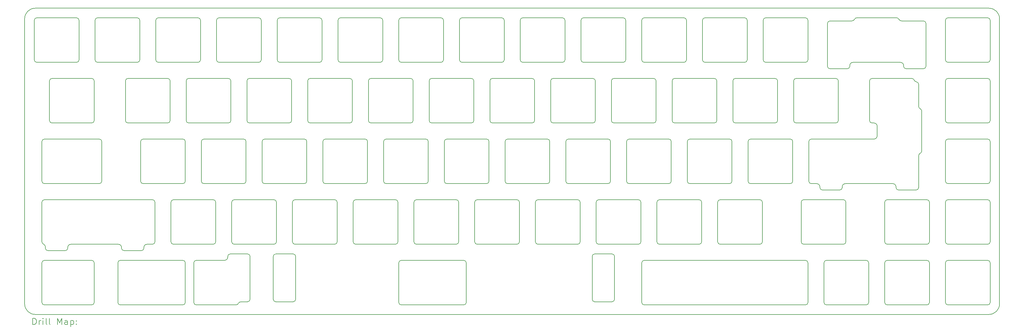
<source format=gbr>
%TF.GenerationSoftware,KiCad,Pcbnew,7.0.10*%
%TF.CreationDate,2024-01-29T14:47:32+01:00*%
%TF.ProjectId,discipline-pcb,64697363-6970-46c6-996e-652d7063622e,rev?*%
%TF.SameCoordinates,Original*%
%TF.FileFunction,Drillmap*%
%TF.FilePolarity,Positive*%
%FSLAX45Y45*%
G04 Gerber Fmt 4.5, Leading zero omitted, Abs format (unit mm)*
G04 Created by KiCad (PCBNEW 7.0.10) date 2024-01-29 14:47:32*
%MOMM*%
%LPD*%
G01*
G04 APERTURE LIST*
%ADD10C,0.150000*%
%ADD11C,0.200000*%
G04 APERTURE END LIST*
D10*
X5334050Y-18421884D02*
G75*
G03*
X5665056Y-18752290I330710J304D01*
G01*
X35578344Y-18752290D02*
G75*
G03*
X35909050Y-18421584I-4J330710D01*
G01*
X35909050Y-9462996D02*
G75*
G03*
X35578344Y-9132290I-330710J-4D01*
G01*
X35578344Y-18752290D02*
X5665056Y-18752290D01*
X5664756Y-9132290D02*
X35578344Y-9132290D01*
D11*
X28022550Y-14568100D02*
G75*
G03*
X28097550Y-14643100I75000J0D01*
G01*
X15611300Y-11413100D02*
X15611300Y-12663100D01*
X10952550Y-14643100D02*
X12202550Y-14643100D01*
X11905050Y-15148100D02*
G75*
G03*
X11830050Y-15223100I0J-75000D01*
G01*
X27993800Y-9508100D02*
G75*
G03*
X27918800Y-9433100I-75000J0D01*
G01*
X19926300Y-12663100D02*
G75*
G03*
X20001300Y-12738100I75000J0D01*
G01*
X33370675Y-11521800D02*
X33370675Y-12207486D01*
X13833175Y-18278100D02*
X13833175Y-16928100D01*
X29689425Y-15223100D02*
X29689425Y-16473100D01*
X5985625Y-16673100D02*
X5985625Y-16635055D01*
X8972550Y-13318100D02*
X8972550Y-14568100D01*
X18945050Y-15223100D02*
X18945050Y-16473100D01*
X21430050Y-16548100D02*
X22680050Y-16548100D01*
X25716300Y-11338100D02*
X26966300Y-11338100D01*
X17040050Y-15223100D02*
X17040050Y-16473100D01*
X13758175Y-16853100D02*
X13208175Y-16853100D01*
X19897550Y-13318100D02*
G75*
G03*
X19822550Y-13243100I-75000J0D01*
G01*
X28097550Y-13243100D02*
X29347550Y-13243100D01*
X8258175Y-17128100D02*
X8258175Y-18378100D01*
X29451300Y-11413100D02*
X29451300Y-12663100D01*
X6060625Y-16748100D02*
X6610625Y-16748100D01*
X17620050Y-15148100D02*
G75*
G03*
X17545050Y-15223100I0J-75000D01*
G01*
X18021300Y-11413100D02*
X18021300Y-12663100D01*
X23736300Y-12663100D02*
G75*
G03*
X23811300Y-12738100I75000J0D01*
G01*
X9523800Y-10833100D02*
X10773800Y-10833100D01*
X35613800Y-17128100D02*
G75*
G03*
X35538800Y-17053100I-75000J0D01*
G01*
X26565050Y-15223100D02*
G75*
G03*
X26490050Y-15148100I-75000J0D01*
G01*
X20373800Y-9508100D02*
G75*
G03*
X20298800Y-9433100I-75000J0D01*
G01*
X9420050Y-15223100D02*
X9420050Y-16473100D01*
X23707550Y-13318100D02*
X23707550Y-14568100D01*
X15715050Y-15148100D02*
X16965050Y-15148100D01*
X22203800Y-10833100D02*
G75*
G03*
X22278800Y-10758100I0J75000D01*
G01*
X9896300Y-11413100D02*
X9896300Y-12663100D01*
X34288800Y-15148100D02*
G75*
G03*
X34213800Y-15223100I0J-75000D01*
G01*
X16667550Y-14643100D02*
X17917550Y-14643100D01*
X14762550Y-13243100D02*
X16012550Y-13243100D01*
X15536300Y-12738100D02*
G75*
G03*
X15611300Y-12663100I0J75000D01*
G01*
X28395050Y-16548100D02*
G75*
G03*
X28470050Y-16473100I0J75000D01*
G01*
X26593800Y-9508100D02*
X26593800Y-10758100D01*
X13758175Y-18353100D02*
X13208175Y-18353100D01*
X32749063Y-9475957D02*
G75*
G03*
X32681300Y-9433100I-67763J-32143D01*
G01*
X29898800Y-17128100D02*
X29898800Y-18378100D01*
X16563800Y-9508100D02*
X16563800Y-10758100D01*
X14687550Y-13318100D02*
X14687550Y-14568100D01*
X8998225Y-16748095D02*
G75*
G03*
X9073225Y-16673100I5J74995D01*
G01*
X31832550Y-11413100D02*
X31832550Y-12663100D01*
X5951925Y-14643100D02*
X7678175Y-14643100D01*
X35613800Y-11413100D02*
G75*
G03*
X35538800Y-11338100I-75000J0D01*
G01*
X17040050Y-15223100D02*
G75*
G03*
X16965050Y-15148100I-75000J0D01*
G01*
X22307550Y-14568100D02*
G75*
G03*
X22382550Y-14643100I75000J0D01*
G01*
X15135050Y-15223100D02*
X15135050Y-16473100D01*
X21326300Y-11413100D02*
G75*
G03*
X21251300Y-11338100I-75000J0D01*
G01*
X6785625Y-16548105D02*
G75*
G03*
X6685625Y-16648100I-5J-99995D01*
G01*
X31431300Y-9433100D02*
X32681300Y-9433100D01*
X33227258Y-11385425D02*
G75*
G03*
X33306186Y-11447540I92942J36896D01*
G01*
X13758175Y-18353095D02*
G75*
G03*
X13833175Y-18278100I5J74995D01*
G01*
X33370675Y-14768100D02*
X33370675Y-13773714D01*
X19421300Y-11413100D02*
X19421300Y-12663100D01*
X26593800Y-10758100D02*
G75*
G03*
X26668800Y-10833100I75000J0D01*
G01*
X24688800Y-17128100D02*
X24688800Y-18378100D01*
X34288800Y-13243100D02*
X35538800Y-13243100D01*
X23335050Y-15148100D02*
G75*
G03*
X23260050Y-15223100I0J-75000D01*
G01*
X26117550Y-13318100D02*
X26117550Y-14568100D01*
X19525050Y-15148100D02*
G75*
G03*
X19450050Y-15223100I0J-75000D01*
G01*
X16488800Y-10833100D02*
G75*
G03*
X16563800Y-10758100I0J75000D01*
G01*
X14286300Y-12738100D02*
X15536300Y-12738100D01*
X28022550Y-13318100D02*
X28022550Y-14568100D01*
X29898800Y-9508100D02*
X29898800Y-10758100D01*
X11603800Y-17053100D02*
G75*
G03*
X11703800Y-16953100I0J100000D01*
G01*
X22382550Y-14643100D02*
X23632550Y-14643100D01*
X20298800Y-10833100D02*
G75*
G03*
X20373800Y-10758100I0J75000D01*
G01*
X12753800Y-9508100D02*
G75*
G03*
X12678800Y-9433100I-75000J0D01*
G01*
X7515050Y-11413100D02*
X7515050Y-12663100D01*
X9925050Y-15223100D02*
X9925050Y-16473100D01*
X10714425Y-18453100D02*
X11964425Y-18453100D01*
X27918800Y-10833100D02*
G75*
G03*
X27993800Y-10758100I0J75000D01*
G01*
X34288800Y-13243100D02*
G75*
G03*
X34213800Y-13318100I0J-75000D01*
G01*
X24212550Y-14568100D02*
G75*
G03*
X24287550Y-14643100I75000J0D01*
G01*
X20001300Y-11338100D02*
X21251300Y-11338100D01*
X16592550Y-14568100D02*
G75*
G03*
X16667550Y-14643100I75000J0D01*
G01*
X24688800Y-18378100D02*
G75*
G03*
X24763800Y-18453100I75000J0D01*
G01*
X23833800Y-18278100D02*
X23833800Y-16928100D01*
X9047550Y-13243100D02*
G75*
G03*
X8972550Y-13318100I0J-75000D01*
G01*
X23208800Y-16853100D02*
G75*
G03*
X23133800Y-16928100I0J-75000D01*
G01*
X19897550Y-13318100D02*
X19897550Y-14568100D01*
X30587500Y-9533100D02*
G75*
G03*
X30512500Y-9608100I0J-75000D01*
G01*
X23811300Y-11338100D02*
X25061300Y-11338100D01*
X12277550Y-13318100D02*
G75*
G03*
X12202550Y-13243100I-75000J0D01*
G01*
X14687550Y-14568100D02*
G75*
G03*
X14762550Y-14643100I75000J0D01*
G01*
X32383800Y-17053100D02*
X33633800Y-17053100D01*
X5876930Y-14568100D02*
G75*
G03*
X5951925Y-14643100I75000J0D01*
G01*
X14583800Y-10833100D02*
G75*
G03*
X14658800Y-10758100I0J75000D01*
G01*
X13810050Y-15148100D02*
G75*
G03*
X13735050Y-15223100I0J-75000D01*
G01*
X35613800Y-13318100D02*
X35613800Y-14568100D01*
X7618800Y-9433100D02*
X8868800Y-9433100D01*
X33470675Y-12365600D02*
X33470675Y-13615600D01*
X34213800Y-12663100D02*
G75*
G03*
X34288800Y-12738100I75000J0D01*
G01*
X33295675Y-14843095D02*
G75*
G03*
X33370675Y-14768100I5J74995D01*
G01*
X23707550Y-13318100D02*
G75*
G03*
X23632550Y-13243100I-75000J0D01*
G01*
X29898800Y-17128100D02*
G75*
G03*
X29823800Y-17053100I-75000J0D01*
G01*
X23758800Y-16853100D02*
X23208800Y-16853100D01*
X32070670Y-12838100D02*
G75*
G03*
X31970675Y-12738100I-99990J10D01*
G01*
X11726300Y-12738100D02*
G75*
G03*
X11801300Y-12663100I0J75000D01*
G01*
X30851300Y-11413100D02*
X30851300Y-12663100D01*
X10714425Y-17053105D02*
G75*
G03*
X10639425Y-17128100I-5J-74995D01*
G01*
X13833180Y-16928100D02*
G75*
G03*
X13758175Y-16853100I-75010J-10D01*
G01*
X5638800Y-9508100D02*
X5638800Y-10758100D01*
X29451300Y-12663100D02*
G75*
G03*
X29526300Y-12738100I75000J0D01*
G01*
X30478800Y-17053100D02*
G75*
G03*
X30403800Y-17128100I0J-75000D01*
G01*
X5985630Y-16673100D02*
G75*
G03*
X6060625Y-16748100I75000J0D01*
G01*
X12328800Y-18353100D02*
G75*
G03*
X12403800Y-18278100I0J75000D01*
G01*
X33708800Y-17128100D02*
G75*
G03*
X33633800Y-17053100I-75000J0D01*
G01*
X11250050Y-16548100D02*
G75*
G03*
X11325050Y-16473100I0J75000D01*
G01*
X13230050Y-15223100D02*
G75*
G03*
X13155050Y-15148100I-75000J0D01*
G01*
X30478800Y-18453100D02*
X31728800Y-18453100D01*
X35613800Y-15223100D02*
G75*
G03*
X35538800Y-15148100I-75000J0D01*
G01*
X24212550Y-13318100D02*
X24212550Y-14568100D01*
X31273186Y-9533100D02*
G75*
G03*
X31363537Y-9475957I-6J100010D01*
G01*
X23335050Y-16548100D02*
X24585050Y-16548100D01*
X27621300Y-12738100D02*
X28871300Y-12738100D01*
X31803800Y-17128100D02*
G75*
G03*
X31728800Y-17053100I-75000J0D01*
G01*
X7038800Y-9508100D02*
X7038800Y-10758100D01*
X17068800Y-9508100D02*
X17068800Y-10758100D01*
X7515050Y-17128100D02*
X7515050Y-18378100D01*
X20953800Y-9433100D02*
X22203800Y-9433100D01*
X10773800Y-10833100D02*
G75*
G03*
X10848800Y-10758100I0J75000D01*
G01*
X16087550Y-13318100D02*
X16087550Y-14568100D01*
X5876925Y-13318100D02*
X5876925Y-14568100D01*
X31907550Y-11338100D02*
X33157550Y-11338100D01*
X33525100Y-9533100D02*
X32839414Y-9533100D01*
X8496300Y-12663100D02*
G75*
G03*
X8571300Y-12738100I75000J0D01*
G01*
X25641300Y-12663100D02*
G75*
G03*
X25716300Y-12738100I75000J0D01*
G01*
X12306300Y-11413100D02*
X12306300Y-12663100D01*
X10372550Y-13318100D02*
X10372550Y-14568100D01*
X30403800Y-18378100D02*
G75*
G03*
X30478800Y-18453100I75000J0D01*
G01*
X14286300Y-11338100D02*
X15536300Y-11338100D01*
X26088800Y-9508100D02*
G75*
G03*
X26013800Y-9433100I-75000J0D01*
G01*
X21430050Y-15148100D02*
G75*
G03*
X21355050Y-15223100I0J-75000D01*
G01*
X30851300Y-11413100D02*
G75*
G03*
X30776300Y-11338100I-75000J0D01*
G01*
X8496300Y-11413100D02*
X8496300Y-12663100D01*
X23833800Y-16928100D02*
G75*
G03*
X23758800Y-16853100I-75010J-10D01*
G01*
X11801300Y-11413100D02*
X11801300Y-12663100D01*
X32661970Y-14743100D02*
G75*
G03*
X32561975Y-14643100I-99990J10D01*
G01*
X26565050Y-15223100D02*
X26565050Y-16473100D01*
X29764425Y-15148100D02*
X31014425Y-15148100D01*
X12753800Y-9508100D02*
X12753800Y-10758100D01*
X13706300Y-11413100D02*
X13706300Y-12663100D01*
X20402550Y-13318100D02*
X20402550Y-14568100D01*
X12857550Y-14643100D02*
X14107550Y-14643100D01*
X27517550Y-13318100D02*
X27517550Y-14568100D01*
X21906300Y-12738100D02*
X23156300Y-12738100D01*
X10714425Y-17053100D02*
X11603800Y-17053100D01*
X35538800Y-14643100D02*
G75*
G03*
X35613800Y-14568100I0J75000D01*
G01*
X31089430Y-15223100D02*
G75*
G03*
X31014425Y-15148100I-75010J-10D01*
G01*
X5951925Y-18453100D02*
X7440050Y-18453100D01*
X24287550Y-13243100D02*
X25537550Y-13243100D01*
X5876925Y-15223100D02*
X5876925Y-16473100D01*
X10848800Y-9508100D02*
G75*
G03*
X10773800Y-9433100I-75000J0D01*
G01*
X20878800Y-9508100D02*
X20878800Y-10758100D01*
X34213800Y-10758100D02*
G75*
G03*
X34288800Y-10833100I75000J0D01*
G01*
X35613800Y-15223100D02*
X35613800Y-16473100D01*
X23811300Y-11338100D02*
G75*
G03*
X23736300Y-11413100I0J-75000D01*
G01*
X19048800Y-10833100D02*
X20298800Y-10833100D01*
X5713800Y-10833100D02*
X6963800Y-10833100D01*
X16667550Y-13243100D02*
X17917550Y-13243100D01*
X23133800Y-18278100D02*
X23133800Y-16928100D01*
X10297550Y-18453100D02*
G75*
G03*
X10372550Y-18378100I0J75000D01*
G01*
X24763800Y-9433100D02*
G75*
G03*
X24688800Y-9508100I0J-75000D01*
G01*
X17516300Y-11413100D02*
G75*
G03*
X17441300Y-11338100I-75000J0D01*
G01*
X30512500Y-9608100D02*
X30512500Y-10958100D01*
X32383800Y-17053100D02*
G75*
G03*
X32308800Y-17128100I0J-75000D01*
G01*
X30587500Y-9533100D02*
X31273186Y-9533100D01*
X34213800Y-9508100D02*
X34213800Y-10758100D01*
X15238800Y-10833100D02*
X16488800Y-10833100D01*
X33427818Y-13683362D02*
G75*
G03*
X33370675Y-13773714I42852J-90348D01*
G01*
X10476300Y-11338100D02*
X11726300Y-11338100D01*
X17545050Y-15223100D02*
X17545050Y-16473100D01*
X25716300Y-11338100D02*
G75*
G03*
X25641300Y-11413100I0J-75000D01*
G01*
X19926300Y-11413100D02*
X19926300Y-12663100D01*
X26490050Y-16548100D02*
G75*
G03*
X26565050Y-16473100I0J75000D01*
G01*
X21326300Y-11413100D02*
X21326300Y-12663100D01*
X10476300Y-11338100D02*
G75*
G03*
X10401300Y-11413100I0J-75000D01*
G01*
X25136300Y-11413100D02*
G75*
G03*
X25061300Y-11338100I-75000J0D01*
G01*
X34288800Y-9433100D02*
X35538800Y-9433100D01*
X12403800Y-16928100D02*
G75*
G03*
X12328800Y-16853100I-75000J0D01*
G01*
X27517550Y-13318100D02*
G75*
G03*
X27442550Y-13243100I-75000J0D01*
G01*
X34288800Y-14643100D02*
X35538800Y-14643100D01*
X33525100Y-11033100D02*
G75*
G03*
X33600100Y-10958100I0J75000D01*
G01*
X28946300Y-11413100D02*
X28946300Y-12663100D01*
X22783800Y-10758100D02*
G75*
G03*
X22858800Y-10833100I75000J0D01*
G01*
X25612550Y-13318100D02*
G75*
G03*
X25537550Y-13243100I-75000J0D01*
G01*
X9047550Y-14643100D02*
X10297550Y-14643100D01*
X20402550Y-14568100D02*
G75*
G03*
X20477550Y-14643100I75000J0D01*
G01*
X30349375Y-14843100D02*
X30899375Y-14843100D01*
X33227258Y-11385426D02*
G75*
G03*
X33157550Y-11338100I-69708J-27674D01*
G01*
X18497550Y-13318100D02*
X18497550Y-14568100D01*
X12381300Y-11338100D02*
X13631300Y-11338100D01*
X7618800Y-10833100D02*
X8868800Y-10833100D01*
X8868800Y-10833100D02*
G75*
G03*
X8943800Y-10758100I0J75000D01*
G01*
X26668800Y-9433100D02*
X27918800Y-9433100D01*
X32749065Y-9475956D02*
G75*
G03*
X32839414Y-9533100I90345J42846D01*
G01*
X22278800Y-9508100D02*
X22278800Y-10758100D01*
X9345050Y-16548100D02*
G75*
G03*
X9420050Y-16473100I0J75000D01*
G01*
X26966300Y-12738100D02*
G75*
G03*
X27041300Y-12663100I0J75000D01*
G01*
X20775050Y-16548100D02*
G75*
G03*
X20850050Y-16473100I0J75000D01*
G01*
X12202550Y-14643100D02*
G75*
G03*
X12277550Y-14568100I0J75000D01*
G01*
X23231300Y-11413100D02*
G75*
G03*
X23156300Y-11338100I-75000J0D01*
G01*
X31803800Y-17128100D02*
X31803800Y-18378100D01*
X7618800Y-9433100D02*
G75*
G03*
X7543800Y-9508100I0J-75000D01*
G01*
X32661975Y-14768100D02*
X32661975Y-14743100D01*
X23260050Y-16473100D02*
G75*
G03*
X23335050Y-16548100I75000J0D01*
G01*
X19048800Y-9433100D02*
X20298800Y-9433100D01*
X10297550Y-14643100D02*
G75*
G03*
X10372550Y-14568100I0J75000D01*
G01*
X29898800Y-9508100D02*
G75*
G03*
X29823800Y-9433100I-75000J0D01*
G01*
X35613800Y-9508100D02*
G75*
G03*
X35538800Y-9433100I-75000J0D01*
G01*
X9073225Y-16673100D02*
X9073225Y-16648100D01*
X6115050Y-12663100D02*
G75*
G03*
X6190050Y-12738100I75000J0D01*
G01*
X32661970Y-14768100D02*
G75*
G03*
X32736975Y-14843100I75010J10D01*
G01*
X32308800Y-15223100D02*
X32308800Y-16473100D01*
X13133175Y-18278100D02*
X13133175Y-16928100D01*
X29689420Y-16473100D02*
G75*
G03*
X29764425Y-16548100I75010J10D01*
G01*
X7543800Y-10758100D02*
G75*
G03*
X7618800Y-10833100I75000J0D01*
G01*
X8373225Y-16673100D02*
X8373225Y-16648100D01*
X31970675Y-13243105D02*
G75*
G03*
X32070675Y-13143100I-5J100005D01*
G01*
X26668800Y-9433100D02*
G75*
G03*
X26593800Y-9508100I0J-75000D01*
G01*
X17441300Y-12738100D02*
G75*
G03*
X17516300Y-12663100I0J75000D01*
G01*
X10401300Y-12663100D02*
G75*
G03*
X10476300Y-12738100I75000J0D01*
G01*
X9523800Y-9433100D02*
G75*
G03*
X9448800Y-9508100I0J-75000D01*
G01*
X18096300Y-11338100D02*
X19346300Y-11338100D01*
X20477550Y-13243100D02*
X21727550Y-13243100D01*
X30274375Y-14768100D02*
X30274375Y-14743100D01*
X15135050Y-15223100D02*
G75*
G03*
X15060050Y-15148100I-75000J0D01*
G01*
X35538800Y-16548100D02*
G75*
G03*
X35613800Y-16473100I0J75000D01*
G01*
X34213800Y-16473100D02*
G75*
G03*
X34288800Y-16548100I75000J0D01*
G01*
X31431300Y-9433100D02*
G75*
G03*
X31363537Y-9475957I0J-75000D01*
G01*
X21906300Y-11338100D02*
X23156300Y-11338100D01*
X5951925Y-13243095D02*
G75*
G03*
X5876925Y-13318100I5J-75005D01*
G01*
X15163800Y-9508100D02*
X15163800Y-10758100D01*
X17516300Y-11413100D02*
X17516300Y-12663100D01*
X13230050Y-15223100D02*
X13230050Y-16473100D01*
X24688800Y-10758100D02*
G75*
G03*
X24763800Y-10833100I75000J0D01*
G01*
X5713800Y-9433100D02*
G75*
G03*
X5638800Y-9508100I0J-75000D01*
G01*
X6685625Y-16673100D02*
X6685625Y-16648100D01*
D10*
X5334050Y-18421884D02*
X5334050Y-9462996D01*
D11*
X15163800Y-10758100D02*
G75*
G03*
X15238800Y-10833100I75000J0D01*
G01*
X29422550Y-13318100D02*
G75*
G03*
X29347550Y-13243100I-75000J0D01*
G01*
X6190050Y-11338100D02*
G75*
G03*
X6115050Y-11413100I0J-75000D01*
G01*
X12857550Y-13243100D02*
G75*
G03*
X12782550Y-13318100I0J-75000D01*
G01*
X22858800Y-10833100D02*
X24108800Y-10833100D01*
X18572550Y-13243100D02*
G75*
G03*
X18497550Y-13318100I0J-75000D01*
G01*
X28097550Y-14643100D02*
X29347550Y-14643100D01*
X10952550Y-13243100D02*
G75*
G03*
X10877550Y-13318100I0J-75000D01*
G01*
X28498800Y-9508100D02*
X28498800Y-10758100D01*
X27070050Y-16473100D02*
G75*
G03*
X27145050Y-16548100I75000J0D01*
G01*
X25165050Y-15223100D02*
X25165050Y-16473100D01*
X10639425Y-17128100D02*
X10639425Y-18378100D01*
X24183800Y-9508100D02*
G75*
G03*
X24108800Y-9433100I-75000J0D01*
G01*
D10*
X5664756Y-9132290D02*
G75*
G03*
X5334050Y-9462996I0J-330706D01*
G01*
D11*
X16667550Y-13243100D02*
G75*
G03*
X16592550Y-13318100I0J-75000D01*
G01*
X12328800Y-16853100D02*
X11778800Y-16853100D01*
X19183175Y-17128100D02*
X19183175Y-18378100D01*
X33708800Y-17128100D02*
X33708800Y-18378100D01*
X30776300Y-12738100D02*
G75*
G03*
X30851300Y-12663100I0J75000D01*
G01*
X32900100Y-10933100D02*
G75*
G03*
X32800100Y-10833100I-100000J0D01*
G01*
X18096300Y-12738100D02*
X19346300Y-12738100D01*
X18468800Y-9508100D02*
G75*
G03*
X18393800Y-9433100I-75000J0D01*
G01*
X10372550Y-17128100D02*
X10372550Y-18378100D01*
X18096300Y-11338100D02*
G75*
G03*
X18021300Y-11413100I0J-75000D01*
G01*
X17068800Y-10758100D02*
G75*
G03*
X17143800Y-10833100I75000J0D01*
G01*
X8972550Y-14568100D02*
G75*
G03*
X9047550Y-14643100I75000J0D01*
G01*
X24660050Y-15223100D02*
G75*
G03*
X24585050Y-15148100I-75000J0D01*
G01*
X33600100Y-9608100D02*
X33600100Y-10958100D01*
X15238800Y-9433100D02*
X16488800Y-9433100D01*
X34288800Y-11338100D02*
X35538800Y-11338100D01*
X30002550Y-14643100D02*
X30174375Y-14643100D01*
X24763800Y-18453100D02*
X29823800Y-18453100D01*
X19346300Y-12738100D02*
G75*
G03*
X19421300Y-12663100I0J75000D01*
G01*
X30002550Y-13243100D02*
G75*
G03*
X29927550Y-13318100I0J-75000D01*
G01*
X22307550Y-13318100D02*
X22307550Y-14568100D01*
X13735050Y-16473100D02*
G75*
G03*
X13810050Y-16548100I75000J0D01*
G01*
X9173225Y-16548095D02*
G75*
G03*
X9073225Y-16648100I5J-100005D01*
G01*
X25716300Y-12738100D02*
X26966300Y-12738100D01*
X33633800Y-16548100D02*
G75*
G03*
X33708800Y-16473100I0J75000D01*
G01*
X31014425Y-16548095D02*
G75*
G03*
X31089425Y-16473100I5J74995D01*
G01*
X13631300Y-12738100D02*
G75*
G03*
X13706300Y-12663100I0J75000D01*
G01*
X18468800Y-9508100D02*
X18468800Y-10758100D01*
X18393800Y-10833100D02*
G75*
G03*
X18468800Y-10758100I0J75000D01*
G01*
X17545050Y-16473100D02*
G75*
G03*
X17620050Y-16548100I75000J0D01*
G01*
X17620050Y-15148100D02*
X18870050Y-15148100D01*
X32070675Y-12838100D02*
X32070675Y-13143100D01*
X27041300Y-11413100D02*
G75*
G03*
X26966300Y-11338100I-75000J0D01*
G01*
X10372550Y-13318100D02*
G75*
G03*
X10297550Y-13243100I-75000J0D01*
G01*
X19822550Y-14643100D02*
G75*
G03*
X19897550Y-14568100I0J75000D01*
G01*
X11905050Y-15148100D02*
X13155050Y-15148100D01*
X8333175Y-17053105D02*
G75*
G03*
X8258175Y-17128100I-5J-74995D01*
G01*
X17143800Y-17053100D02*
G75*
G03*
X17068800Y-17128100I0J-75000D01*
G01*
X20953800Y-9433100D02*
G75*
G03*
X20878800Y-9508100I0J-75000D01*
G01*
X32308800Y-16473100D02*
G75*
G03*
X32383800Y-16548100I75000J0D01*
G01*
X27145050Y-15148100D02*
G75*
G03*
X27070050Y-15223100I0J-75000D01*
G01*
X8258170Y-18378100D02*
G75*
G03*
X8333175Y-18453100I75010J10D01*
G01*
X34288800Y-10833100D02*
X35538800Y-10833100D01*
X7515050Y-11413100D02*
G75*
G03*
X7440050Y-11338100I-75000J0D01*
G01*
X16191300Y-12738100D02*
X17441300Y-12738100D01*
X34288800Y-17053100D02*
X35538800Y-17053100D01*
X21831300Y-12663100D02*
G75*
G03*
X21906300Y-12738100I75000J0D01*
G01*
X5876925Y-17128100D02*
X5876925Y-18378100D01*
X12678800Y-10833100D02*
G75*
G03*
X12753800Y-10758100I0J75000D01*
G01*
X29422550Y-13318100D02*
X29422550Y-14568100D01*
X20477550Y-14643100D02*
X21727550Y-14643100D01*
X11325050Y-15223100D02*
G75*
G03*
X11250050Y-15148100I-75000J0D01*
G01*
X23231300Y-11413100D02*
X23231300Y-12663100D01*
X27621300Y-11338100D02*
G75*
G03*
X27546300Y-11413100I0J-75000D01*
G01*
X5713800Y-9433100D02*
X6963800Y-9433100D01*
X11830050Y-15223100D02*
X11830050Y-16473100D01*
X29526300Y-11338100D02*
X30776300Y-11338100D01*
X31907550Y-12738100D02*
X31970675Y-12738100D01*
X33708800Y-15223100D02*
G75*
G03*
X33633800Y-15148100I-75000J0D01*
G01*
X13333800Y-10833100D02*
X14583800Y-10833100D01*
X5876922Y-16473100D02*
G75*
G03*
X5923511Y-16542509I74998J0D01*
G01*
X31728800Y-18453100D02*
G75*
G03*
X31803800Y-18378100I0J75000D01*
G01*
X16191300Y-11338100D02*
X17441300Y-11338100D01*
X9448800Y-10758100D02*
G75*
G03*
X9523800Y-10833100I75000J0D01*
G01*
X18973800Y-10758100D02*
G75*
G03*
X19048800Y-10833100I75000J0D01*
G01*
X18945050Y-15223100D02*
G75*
G03*
X18870050Y-15148100I-75000J0D01*
G01*
X22680050Y-16548100D02*
G75*
G03*
X22755050Y-16473100I0J75000D01*
G01*
X17143800Y-17053100D02*
X19108175Y-17053100D01*
X8571300Y-11338100D02*
X9821300Y-11338100D01*
X27993800Y-9508100D02*
X27993800Y-10758100D01*
X10000050Y-15148100D02*
G75*
G03*
X9925050Y-15223100I0J-75000D01*
G01*
X23811300Y-12738100D02*
X25061300Y-12738100D01*
X24660050Y-15223100D02*
X24660050Y-16473100D01*
X14211300Y-11413100D02*
X14211300Y-12663100D01*
X34213800Y-11413100D02*
X34213800Y-12663100D01*
X10476300Y-12738100D02*
X11726300Y-12738100D01*
X8571300Y-11338100D02*
G75*
G03*
X8496300Y-11413100I0J-75000D01*
G01*
X23133800Y-18278100D02*
G75*
G03*
X23208800Y-18353100I75010J10D01*
G01*
X11703800Y-16953100D02*
X11703800Y-16928100D01*
X15238800Y-9433100D02*
G75*
G03*
X15163800Y-9508100I0J-75000D01*
G01*
X27145050Y-16548100D02*
X28395050Y-16548100D01*
X20850050Y-15223100D02*
G75*
G03*
X20775050Y-15148100I-75000J0D01*
G01*
X17992550Y-13318100D02*
X17992550Y-14568100D01*
X24688800Y-9508100D02*
X24688800Y-10758100D01*
X17068800Y-18378100D02*
G75*
G03*
X17143800Y-18453100I75000J0D01*
G01*
X35613800Y-11413100D02*
X35613800Y-12663100D01*
X15715050Y-15148100D02*
G75*
G03*
X15640050Y-15223100I0J-75000D01*
G01*
X28871300Y-12738100D02*
G75*
G03*
X28946300Y-12663100I0J75000D01*
G01*
X32383800Y-15148100D02*
G75*
G03*
X32308800Y-15223100I0J-75000D01*
G01*
X14182550Y-13318100D02*
X14182550Y-14568100D01*
X32975100Y-11033100D02*
X33525100Y-11033100D01*
X24763800Y-9433100D02*
X26013800Y-9433100D01*
X34288800Y-9433100D02*
G75*
G03*
X34213800Y-9508100I0J-75000D01*
G01*
X12122539Y-18353099D02*
G75*
G03*
X12032188Y-18410243I1J-100001D01*
G01*
X10372550Y-17128100D02*
G75*
G03*
X10297550Y-17053100I-75000J0D01*
G01*
X8333175Y-17053100D02*
X10297550Y-17053100D01*
X10000050Y-16548100D02*
X11250050Y-16548100D01*
X17143800Y-10833100D02*
X18393800Y-10833100D01*
X34213800Y-13318100D02*
X34213800Y-14568100D01*
X13333800Y-9433100D02*
G75*
G03*
X13258800Y-9508100I0J-75000D01*
G01*
X16116300Y-12663100D02*
G75*
G03*
X16191300Y-12738100I75000J0D01*
G01*
X9047550Y-13243100D02*
X10297550Y-13243100D01*
X5951925Y-15148095D02*
G75*
G03*
X5876925Y-15223100I5J-75005D01*
G01*
X7753180Y-13318100D02*
G75*
G03*
X7678175Y-13243100I-75010J-10D01*
G01*
X12381300Y-11338100D02*
G75*
G03*
X12306300Y-11413100I0J-75000D01*
G01*
X29347550Y-14643100D02*
G75*
G03*
X29422550Y-14568100I0J75000D01*
G01*
X15640050Y-16473100D02*
G75*
G03*
X15715050Y-16548100I75000J0D01*
G01*
X7440050Y-18453100D02*
G75*
G03*
X7515050Y-18378100I0J75000D01*
G01*
X25240050Y-15148100D02*
X26490050Y-15148100D01*
X18497550Y-14568100D02*
G75*
G03*
X18572550Y-14643100I75000J0D01*
G01*
X26192550Y-13243100D02*
G75*
G03*
X26117550Y-13318100I0J-75000D01*
G01*
X13208175Y-16853105D02*
G75*
G03*
X13133175Y-16928100I-5J-74995D01*
G01*
X21355050Y-16473100D02*
G75*
G03*
X21430050Y-16548100I75000J0D01*
G01*
X32308800Y-18378100D02*
G75*
G03*
X32383800Y-18453100I75000J0D01*
G01*
X35613800Y-9508100D02*
X35613800Y-10758100D01*
X9173225Y-16548100D02*
X9345050Y-16548100D01*
X14286300Y-11338100D02*
G75*
G03*
X14211300Y-11413100I0J-75000D01*
G01*
X27070050Y-15223100D02*
X27070050Y-16473100D01*
X10952550Y-13243100D02*
X12202550Y-13243100D01*
X15640050Y-15223100D02*
X15640050Y-16473100D01*
X12381300Y-12738100D02*
X13631300Y-12738100D01*
X14658800Y-9508100D02*
G75*
G03*
X14583800Y-9433100I-75000J0D01*
G01*
X27145050Y-15148100D02*
X28395050Y-15148100D01*
X9523800Y-9433100D02*
X10773800Y-9433100D01*
X23260050Y-15223100D02*
X23260050Y-16473100D01*
X29764425Y-16548100D02*
X31014425Y-16548100D01*
X29764425Y-15148105D02*
G75*
G03*
X29689425Y-15223100I-5J-74995D01*
G01*
X12277550Y-13318100D02*
X12277550Y-14568100D01*
X32736975Y-14843100D02*
X33295675Y-14843100D01*
X16191300Y-11338100D02*
G75*
G03*
X16116300Y-11413100I0J-75000D01*
G01*
X14182550Y-13318100D02*
G75*
G03*
X14107550Y-13243100I-75000J0D01*
G01*
X29927550Y-14568100D02*
G75*
G03*
X30002550Y-14643100I75000J0D01*
G01*
X22858800Y-9433100D02*
X24108800Y-9433100D01*
X18572550Y-13243100D02*
X19822550Y-13243100D01*
X24763800Y-10833100D02*
X26013800Y-10833100D01*
X6115050Y-11413100D02*
X6115050Y-12663100D01*
X19450050Y-16473100D02*
G75*
G03*
X19525050Y-16548100I75000J0D01*
G01*
X28946300Y-11413100D02*
G75*
G03*
X28871300Y-11338100I-75000J0D01*
G01*
X22783800Y-9508100D02*
X22783800Y-10758100D01*
X16592550Y-13318100D02*
X16592550Y-14568100D01*
X28498800Y-10758100D02*
G75*
G03*
X28573800Y-10833100I75000J0D01*
G01*
X24108800Y-10833100D02*
G75*
G03*
X24183800Y-10758100I0J75000D01*
G01*
X29823800Y-18453100D02*
G75*
G03*
X29898800Y-18378100I0J75000D01*
G01*
X19450050Y-15223100D02*
X19450050Y-16473100D01*
X9925050Y-16473100D02*
G75*
G03*
X10000050Y-16548100I75000J0D01*
G01*
X19525050Y-15148100D02*
X20775050Y-15148100D01*
X21355050Y-15223100D02*
X21355050Y-16473100D01*
X31907550Y-11338100D02*
G75*
G03*
X31832550Y-11413100I0J-75000D01*
G01*
X35613800Y-13318100D02*
G75*
G03*
X35538800Y-13243100I-75000J0D01*
G01*
X12857550Y-13243100D02*
X14107550Y-13243100D01*
X25641300Y-11413100D02*
X25641300Y-12663100D01*
X21802550Y-13318100D02*
G75*
G03*
X21727550Y-13243100I-75000J0D01*
G01*
X11428800Y-9433100D02*
X12678800Y-9433100D01*
X12122539Y-18353100D02*
X12328800Y-18353100D01*
X18572550Y-14643100D02*
X19822550Y-14643100D01*
X32383800Y-16548100D02*
X33633800Y-16548100D01*
X25537550Y-14643100D02*
G75*
G03*
X25612550Y-14568100I0J75000D01*
G01*
X34288800Y-16548100D02*
X35538800Y-16548100D01*
X8373220Y-16673100D02*
G75*
G03*
X8448225Y-16748100I75010J10D01*
G01*
X6610625Y-16748095D02*
G75*
G03*
X6685625Y-16673100I5J74995D01*
G01*
X17143800Y-9433100D02*
X18393800Y-9433100D01*
X10401300Y-11413100D02*
X10401300Y-12663100D01*
X30512500Y-10958100D02*
G75*
G03*
X30587500Y-11033100I75000J0D01*
G01*
X20001300Y-12738100D02*
X21251300Y-12738100D01*
X13810050Y-16548100D02*
X15060050Y-16548100D01*
X11325050Y-15223100D02*
X11325050Y-16473100D01*
X32308800Y-17128100D02*
X32308800Y-18378100D01*
X34288800Y-12738100D02*
X35538800Y-12738100D01*
X17068800Y-17128100D02*
X17068800Y-18378100D01*
X34288800Y-18453100D02*
X35538800Y-18453100D01*
X9896300Y-11413100D02*
G75*
G03*
X9821300Y-11338100I-75000J0D01*
G01*
X10877550Y-14568100D02*
G75*
G03*
X10952550Y-14643100I75000J0D01*
G01*
X23156300Y-12738100D02*
G75*
G03*
X23231300Y-12663100I0J75000D01*
G01*
X7753175Y-13318100D02*
X7753175Y-14568100D01*
X8571300Y-12738100D02*
X9821300Y-12738100D01*
X7543800Y-9508100D02*
X7543800Y-10758100D01*
X7038800Y-9508100D02*
G75*
G03*
X6963800Y-9433100I-75000J0D01*
G01*
X16563800Y-9508100D02*
G75*
G03*
X16488800Y-9433100I-75000J0D01*
G01*
X22755050Y-15223100D02*
G75*
G03*
X22680050Y-15148100I-75000J0D01*
G01*
X26192550Y-14643100D02*
X27442550Y-14643100D01*
X33370676Y-12207486D02*
G75*
G03*
X33427818Y-12297837I99994J-4D01*
G01*
X32383800Y-15148100D02*
X33633800Y-15148100D01*
X13155050Y-16548100D02*
G75*
G03*
X13230050Y-16473100I0J75000D01*
G01*
X31832550Y-12663100D02*
G75*
G03*
X31907550Y-12738100I75000J0D01*
G01*
X11428800Y-10833100D02*
X12678800Y-10833100D01*
X14762550Y-14643100D02*
X16012550Y-14643100D01*
X30899375Y-14843095D02*
G75*
G03*
X30974375Y-14768100I5J74995D01*
G01*
X35613800Y-17128100D02*
X35613800Y-18378100D01*
X34288800Y-11338100D02*
G75*
G03*
X34213800Y-11413100I0J-75000D01*
G01*
X13258800Y-9508100D02*
X13258800Y-10758100D01*
X30274370Y-14768100D02*
G75*
G03*
X30349375Y-14843100I75010J10D01*
G01*
X6190050Y-12738100D02*
X7440050Y-12738100D01*
X27041300Y-11413100D02*
X27041300Y-12663100D01*
X29526300Y-12738100D02*
X30776300Y-12738100D01*
X35538800Y-10833100D02*
G75*
G03*
X35613800Y-10758100I0J75000D01*
G01*
X21831300Y-11413100D02*
X21831300Y-12663100D01*
X14658800Y-9508100D02*
X14658800Y-10758100D01*
X33370681Y-11521800D02*
G75*
G03*
X33306186Y-11447540I-75011J-10D01*
G01*
X13810050Y-15148100D02*
X15060050Y-15148100D01*
X12782550Y-14568100D02*
G75*
G03*
X12857550Y-14643100I75000J0D01*
G01*
X14211300Y-12663100D02*
G75*
G03*
X14286300Y-12738100I75000J0D01*
G01*
X25165050Y-16473100D02*
G75*
G03*
X25240050Y-16548100I75000J0D01*
G01*
X26117550Y-14568100D02*
G75*
G03*
X26192550Y-14643100I75000J0D01*
G01*
X18021300Y-12663100D02*
G75*
G03*
X18096300Y-12738100I75000J0D01*
G01*
X13333800Y-9433100D02*
X14583800Y-9433100D01*
X5951925Y-17053095D02*
G75*
G03*
X5876925Y-17128100I5J-75005D01*
G01*
X35538800Y-18453100D02*
G75*
G03*
X35613800Y-18378100I0J75000D01*
G01*
X25061300Y-12738100D02*
G75*
G03*
X25136300Y-12663100I0J75000D01*
G01*
X26668800Y-10833100D02*
X27918800Y-10833100D01*
X22858800Y-9433100D02*
G75*
G03*
X22783800Y-9508100I0J-75000D01*
G01*
X20878800Y-10758100D02*
G75*
G03*
X20953800Y-10833100I75000J0D01*
G01*
X13258800Y-10758100D02*
G75*
G03*
X13333800Y-10833100I75000J0D01*
G01*
X32900100Y-10958100D02*
X32900100Y-10933100D01*
X22755050Y-15223100D02*
X22755050Y-16473100D01*
X34288800Y-15148100D02*
X35538800Y-15148100D01*
X25240050Y-15148100D02*
G75*
G03*
X25165050Y-15223100I0J-75000D01*
G01*
X33708800Y-15223100D02*
X33708800Y-16473100D01*
X32383800Y-18453100D02*
X33633800Y-18453100D01*
X16116300Y-11413100D02*
X16116300Y-12663100D01*
X19048800Y-9433100D02*
G75*
G03*
X18973800Y-9508100I0J-75000D01*
G01*
X12403800Y-18278100D02*
X12403800Y-16928100D01*
X24183800Y-9508100D02*
X24183800Y-10758100D01*
X25136300Y-11413100D02*
X25136300Y-12663100D01*
X20373800Y-9508100D02*
X20373800Y-10758100D01*
X35538800Y-12738100D02*
G75*
G03*
X35613800Y-12663100I0J75000D01*
G01*
X23736300Y-11413100D02*
X23736300Y-12663100D01*
X19525050Y-16548100D02*
X20775050Y-16548100D01*
X21906300Y-11338100D02*
G75*
G03*
X21831300Y-11413100I0J-75000D01*
G01*
X29823800Y-10833100D02*
G75*
G03*
X29898800Y-10758100I0J75000D01*
G01*
X31312500Y-10833100D02*
G75*
G03*
X31212500Y-10933100I0J-100000D01*
G01*
X11801300Y-11413100D02*
G75*
G03*
X11726300Y-11338100I-75000J0D01*
G01*
X24763800Y-17053100D02*
X29823800Y-17053100D01*
X10639420Y-18378100D02*
G75*
G03*
X10714425Y-18453100I75010J10D01*
G01*
X16087550Y-13318100D02*
G75*
G03*
X16012550Y-13243100I-75000J0D01*
G01*
X29526300Y-11338100D02*
G75*
G03*
X29451300Y-11413100I0J-75000D01*
G01*
X12306300Y-12663100D02*
G75*
G03*
X12381300Y-12738100I75000J0D01*
G01*
X6190050Y-11338100D02*
X7440050Y-11338100D01*
X20001300Y-11338100D02*
G75*
G03*
X19926300Y-11413100I0J-75000D01*
G01*
X11964425Y-18453099D02*
G75*
G03*
X12032188Y-18410243I-5J75009D01*
G01*
X22382550Y-13243100D02*
X23632550Y-13243100D01*
X5951925Y-15148100D02*
X9345050Y-15148100D01*
X13133170Y-18278100D02*
G75*
G03*
X13208175Y-18353100I75010J10D01*
G01*
X22278800Y-9508100D02*
G75*
G03*
X22203800Y-9433100I-75000J0D01*
G01*
X23758800Y-18353100D02*
X23208800Y-18353100D01*
X21251300Y-12738100D02*
G75*
G03*
X21326300Y-12663100I0J75000D01*
G01*
X24287550Y-14643100D02*
X25537550Y-14643100D01*
X23758800Y-18353100D02*
G75*
G03*
X23833800Y-18278100I0J75000D01*
G01*
X33427819Y-13683366D02*
G75*
G03*
X33470675Y-13615600I-32149J67766D01*
G01*
X9420050Y-15223100D02*
G75*
G03*
X9345050Y-15148100I-75000J0D01*
G01*
X15611300Y-11413100D02*
G75*
G03*
X15536300Y-11338100I-75000J0D01*
G01*
X19108175Y-18453095D02*
G75*
G03*
X19183175Y-18378100I5J74995D01*
G01*
X31074375Y-14643100D02*
X32561975Y-14643100D01*
D10*
X35909050Y-9462996D02*
X35909050Y-18421584D01*
D11*
X5985624Y-16635055D02*
G75*
G03*
X5923511Y-16542509I-99994J5D01*
G01*
X10848800Y-9508100D02*
X10848800Y-10758100D01*
X33633800Y-18453100D02*
G75*
G03*
X33708800Y-18378100I0J75000D01*
G01*
X8943800Y-9508100D02*
G75*
G03*
X8868800Y-9433100I-75000J0D01*
G01*
X26192550Y-13243100D02*
X27442550Y-13243100D01*
X18973800Y-9508100D02*
X18973800Y-10758100D01*
X20953800Y-10833100D02*
X22203800Y-10833100D01*
X11778800Y-16853100D02*
G75*
G03*
X11703800Y-16928100I0J-75000D01*
G01*
X11353800Y-9508100D02*
X11353800Y-10758100D01*
X17917550Y-14643100D02*
G75*
G03*
X17992550Y-14568100I0J75000D01*
G01*
X8273225Y-16548100D02*
X6785625Y-16548100D01*
X14107550Y-14643100D02*
G75*
G03*
X14182550Y-14568100I0J75000D01*
G01*
X9821300Y-12738100D02*
G75*
G03*
X9896300Y-12663100I0J75000D01*
G01*
X22382550Y-13243100D02*
G75*
G03*
X22307550Y-13318100I0J-75000D01*
G01*
X28097550Y-13243100D02*
G75*
G03*
X28022550Y-13318100I0J-75000D01*
G01*
X17620050Y-16548100D02*
X18870050Y-16548100D01*
X8333175Y-18453100D02*
X10297550Y-18453100D01*
X31312500Y-10833100D02*
X32800100Y-10833100D01*
X8448225Y-16748100D02*
X8998225Y-16748100D01*
X10877550Y-13318100D02*
X10877550Y-14568100D01*
X10000050Y-15148100D02*
X11250050Y-15148100D01*
X8943800Y-9508100D02*
X8943800Y-10758100D01*
X31970675Y-13243100D02*
X30002550Y-13243100D01*
X34213800Y-15223100D02*
X34213800Y-16473100D01*
X7678175Y-14643095D02*
G75*
G03*
X7753175Y-14568100I5J74995D01*
G01*
X24287550Y-13243100D02*
G75*
G03*
X24212550Y-13318100I0J-75000D01*
G01*
X5638800Y-10758100D02*
G75*
G03*
X5713800Y-10833100I75000J0D01*
G01*
X5951925Y-13243100D02*
X7678175Y-13243100D01*
X34288800Y-17053100D02*
G75*
G03*
X34213800Y-17128100I0J-75000D01*
G01*
X27442550Y-14643100D02*
G75*
G03*
X27517550Y-14568100I0J75000D01*
G01*
X9448800Y-9508100D02*
X9448800Y-10758100D01*
X17143800Y-18453100D02*
X19108175Y-18453100D01*
X32900100Y-10958100D02*
G75*
G03*
X32975100Y-11033100I75000J0D01*
G01*
X19183180Y-17128100D02*
G75*
G03*
X19108175Y-17053100I-75010J-10D01*
G01*
X25612550Y-13318100D02*
X25612550Y-14568100D01*
X18870050Y-16548100D02*
G75*
G03*
X18945050Y-16473100I0J75000D01*
G01*
X27546300Y-11413100D02*
X27546300Y-12663100D01*
X28573800Y-9433100D02*
X29823800Y-9433100D01*
X13706300Y-11413100D02*
G75*
G03*
X13631300Y-11338100I-75000J0D01*
G01*
X28573800Y-9433100D02*
G75*
G03*
X28498800Y-9508100I0J-75000D01*
G01*
X5876930Y-18378100D02*
G75*
G03*
X5951925Y-18453100I75000J0D01*
G01*
X31212500Y-10958100D02*
X31212500Y-10933100D01*
X29927550Y-13318100D02*
X29927550Y-14568100D01*
X13735050Y-15223100D02*
X13735050Y-16473100D01*
X27621300Y-11338100D02*
X28871300Y-11338100D01*
X31137500Y-11033100D02*
G75*
G03*
X31212500Y-10958100I0J75000D01*
G01*
X30974375Y-14768100D02*
X30974375Y-14743100D01*
X11353800Y-10758100D02*
G75*
G03*
X11428800Y-10833100I75000J0D01*
G01*
X28470050Y-15223100D02*
G75*
G03*
X28395050Y-15148100I-75000J0D01*
G01*
X20477550Y-13243100D02*
G75*
G03*
X20402550Y-13318100I0J-75000D01*
G01*
X19421300Y-11413100D02*
G75*
G03*
X19346300Y-11338100I-75000J0D01*
G01*
X30403800Y-17128100D02*
X30403800Y-18378100D01*
X11428800Y-9433100D02*
G75*
G03*
X11353800Y-9508100I0J-75000D01*
G01*
X17992550Y-13318100D02*
G75*
G03*
X17917550Y-13243100I-75000J0D01*
G01*
X25240050Y-16548100D02*
X26490050Y-16548100D01*
X15060050Y-16548100D02*
G75*
G03*
X15135050Y-16473100I0J75000D01*
G01*
X34213800Y-14568100D02*
G75*
G03*
X34288800Y-14643100I75000J0D01*
G01*
X31074375Y-14643095D02*
G75*
G03*
X30974375Y-14743100I5J-100005D01*
G01*
X30587500Y-11033100D02*
X31137500Y-11033100D01*
X30274370Y-14743100D02*
G75*
G03*
X30174375Y-14643100I-99990J10D01*
G01*
X23335050Y-15148100D02*
X24585050Y-15148100D01*
X11830050Y-16473100D02*
G75*
G03*
X11905050Y-16548100I75000J0D01*
G01*
X26088800Y-9508100D02*
X26088800Y-10758100D01*
X5951925Y-17053100D02*
X7440050Y-17053100D01*
X6963800Y-10833100D02*
G75*
G03*
X7038800Y-10758100I0J75000D01*
G01*
X17143800Y-9433100D02*
G75*
G03*
X17068800Y-9508100I0J-75000D01*
G01*
X14762550Y-13243100D02*
G75*
G03*
X14687550Y-13318100I0J-75000D01*
G01*
X21430050Y-15148100D02*
X22680050Y-15148100D01*
X24763800Y-17053100D02*
G75*
G03*
X24688800Y-17128100I0J-75000D01*
G01*
X28573800Y-10833100D02*
X29823800Y-10833100D01*
X21802550Y-13318100D02*
X21802550Y-14568100D01*
X34213800Y-18378100D02*
G75*
G03*
X34288800Y-18453100I75000J0D01*
G01*
X16012550Y-14643100D02*
G75*
G03*
X16087550Y-14568100I0J75000D01*
G01*
X23632550Y-14643100D02*
G75*
G03*
X23707550Y-14568100I0J75000D01*
G01*
X12782550Y-13318100D02*
X12782550Y-14568100D01*
X24585050Y-16548100D02*
G75*
G03*
X24660050Y-16473100I0J75000D01*
G01*
X8373220Y-16648100D02*
G75*
G03*
X8273225Y-16548100I-99990J10D01*
G01*
X16965050Y-16548100D02*
G75*
G03*
X17040050Y-16473100I0J75000D01*
G01*
X28470050Y-15223100D02*
X28470050Y-16473100D01*
X31089425Y-15223100D02*
X31089425Y-16473100D01*
X11905050Y-16548100D02*
X13155050Y-16548100D01*
X33600100Y-9608100D02*
G75*
G03*
X33525100Y-9533100I-75000J0D01*
G01*
X20850050Y-15223100D02*
X20850050Y-16473100D01*
X26013800Y-10833100D02*
G75*
G03*
X26088800Y-10758100I0J75000D01*
G01*
X33470674Y-12365600D02*
G75*
G03*
X33427818Y-12297837I-74985J10D01*
G01*
X34213800Y-17128100D02*
X34213800Y-18378100D01*
X7515050Y-17128100D02*
G75*
G03*
X7440050Y-17053100I-75000J0D01*
G01*
X7440050Y-12738100D02*
G75*
G03*
X7515050Y-12663100I0J75000D01*
G01*
X21727550Y-14643100D02*
G75*
G03*
X21802550Y-14568100I0J75000D01*
G01*
X27546300Y-12663100D02*
G75*
G03*
X27621300Y-12738100I75000J0D01*
G01*
X15715050Y-16548100D02*
X16965050Y-16548100D01*
X30478800Y-17053100D02*
X31728800Y-17053100D01*
X5587327Y-19071274D02*
X5587327Y-18871274D01*
X5587327Y-18871274D02*
X5634946Y-18871274D01*
X5634946Y-18871274D02*
X5663517Y-18880798D01*
X5663517Y-18880798D02*
X5682565Y-18899845D01*
X5682565Y-18899845D02*
X5692089Y-18918893D01*
X5692089Y-18918893D02*
X5701612Y-18956988D01*
X5701612Y-18956988D02*
X5701612Y-18985560D01*
X5701612Y-18985560D02*
X5692089Y-19023655D01*
X5692089Y-19023655D02*
X5682565Y-19042702D01*
X5682565Y-19042702D02*
X5663517Y-19061750D01*
X5663517Y-19061750D02*
X5634946Y-19071274D01*
X5634946Y-19071274D02*
X5587327Y-19071274D01*
X5787327Y-19071274D02*
X5787327Y-18937941D01*
X5787327Y-18976036D02*
X5796850Y-18956988D01*
X5796850Y-18956988D02*
X5806374Y-18947464D01*
X5806374Y-18947464D02*
X5825422Y-18937941D01*
X5825422Y-18937941D02*
X5844470Y-18937941D01*
X5911136Y-19071274D02*
X5911136Y-18937941D01*
X5911136Y-18871274D02*
X5901612Y-18880798D01*
X5901612Y-18880798D02*
X5911136Y-18890322D01*
X5911136Y-18890322D02*
X5920660Y-18880798D01*
X5920660Y-18880798D02*
X5911136Y-18871274D01*
X5911136Y-18871274D02*
X5911136Y-18890322D01*
X6034946Y-19071274D02*
X6015898Y-19061750D01*
X6015898Y-19061750D02*
X6006374Y-19042702D01*
X6006374Y-19042702D02*
X6006374Y-18871274D01*
X6139708Y-19071274D02*
X6120660Y-19061750D01*
X6120660Y-19061750D02*
X6111136Y-19042702D01*
X6111136Y-19042702D02*
X6111136Y-18871274D01*
X6368279Y-19071274D02*
X6368279Y-18871274D01*
X6368279Y-18871274D02*
X6434946Y-19014131D01*
X6434946Y-19014131D02*
X6501612Y-18871274D01*
X6501612Y-18871274D02*
X6501612Y-19071274D01*
X6682565Y-19071274D02*
X6682565Y-18966512D01*
X6682565Y-18966512D02*
X6673041Y-18947464D01*
X6673041Y-18947464D02*
X6653993Y-18937941D01*
X6653993Y-18937941D02*
X6615898Y-18937941D01*
X6615898Y-18937941D02*
X6596850Y-18947464D01*
X6682565Y-19061750D02*
X6663517Y-19071274D01*
X6663517Y-19071274D02*
X6615898Y-19071274D01*
X6615898Y-19071274D02*
X6596850Y-19061750D01*
X6596850Y-19061750D02*
X6587327Y-19042702D01*
X6587327Y-19042702D02*
X6587327Y-19023655D01*
X6587327Y-19023655D02*
X6596850Y-19004607D01*
X6596850Y-19004607D02*
X6615898Y-18995083D01*
X6615898Y-18995083D02*
X6663517Y-18995083D01*
X6663517Y-18995083D02*
X6682565Y-18985560D01*
X6777803Y-18937941D02*
X6777803Y-19137941D01*
X6777803Y-18947464D02*
X6796850Y-18937941D01*
X6796850Y-18937941D02*
X6834946Y-18937941D01*
X6834946Y-18937941D02*
X6853993Y-18947464D01*
X6853993Y-18947464D02*
X6863517Y-18956988D01*
X6863517Y-18956988D02*
X6873041Y-18976036D01*
X6873041Y-18976036D02*
X6873041Y-19033179D01*
X6873041Y-19033179D02*
X6863517Y-19052226D01*
X6863517Y-19052226D02*
X6853993Y-19061750D01*
X6853993Y-19061750D02*
X6834946Y-19071274D01*
X6834946Y-19071274D02*
X6796850Y-19071274D01*
X6796850Y-19071274D02*
X6777803Y-19061750D01*
X6958755Y-19052226D02*
X6968279Y-19061750D01*
X6968279Y-19061750D02*
X6958755Y-19071274D01*
X6958755Y-19071274D02*
X6949231Y-19061750D01*
X6949231Y-19061750D02*
X6958755Y-19052226D01*
X6958755Y-19052226D02*
X6958755Y-19071274D01*
X6958755Y-18947464D02*
X6968279Y-18956988D01*
X6968279Y-18956988D02*
X6958755Y-18966512D01*
X6958755Y-18966512D02*
X6949231Y-18956988D01*
X6949231Y-18956988D02*
X6958755Y-18947464D01*
X6958755Y-18947464D02*
X6958755Y-18966512D01*
M02*

</source>
